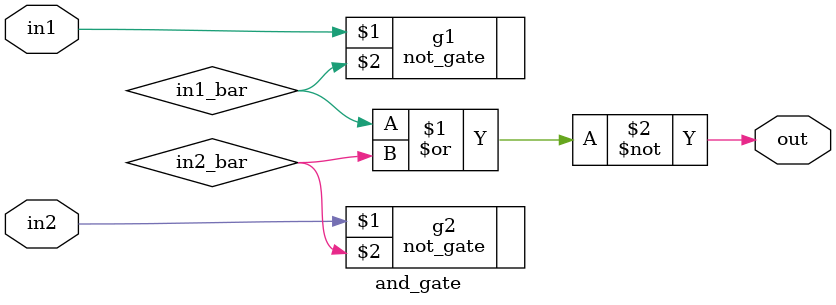
<source format=v>


module and_gate(in1, in2, out);
	input in1, in2;
	output out;
	
	wire in1_bar, in2_bar;
	not_gate g1(in1, in1_bar);
	not_gate g2(in2, in2_bar);
	nor res(out, in1_bar, in2_bar);
endmodule
</source>
